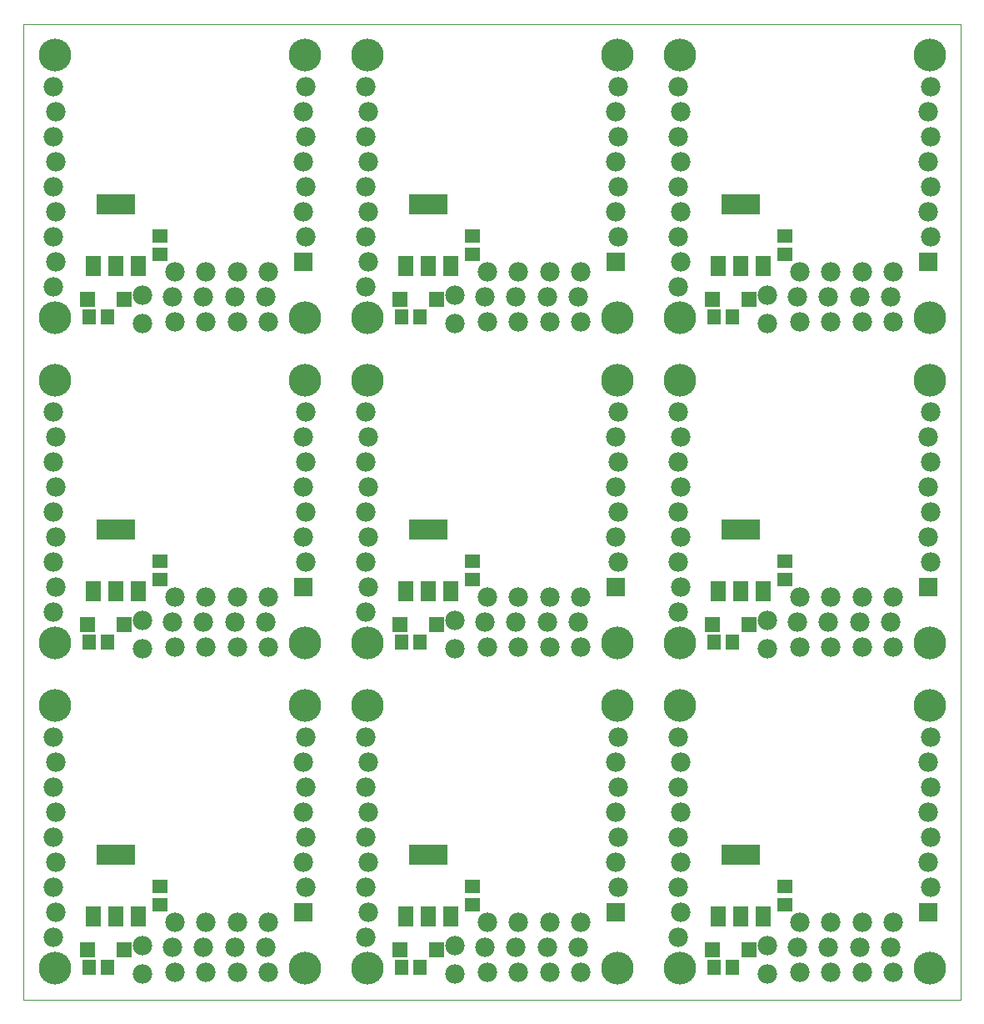
<source format=gbs>
G75*
%MOIN*%
%OFA0B0*%
%FSLAX25Y25*%
%IPPOS*%
%LPD*%
%AMOC8*
5,1,8,0,0,1.08239X$1,22.5*
%
%ADD10C,0.00000*%
%ADD11R,0.05518X0.06306*%
%ADD12R,0.06306X0.05518*%
%ADD13R,0.05912X0.05912*%
%ADD14R,0.07800X0.07800*%
%ADD15C,0.07800*%
%ADD16R,0.06306X0.08274*%
%ADD17R,0.15361X0.08274*%
%ADD18C,0.13061*%
D10*
X0001000Y0001287D02*
X0376000Y0001287D01*
X0376000Y0391287D01*
X0001000Y0391287D01*
X0001000Y0001287D01*
D11*
X0027260Y0014287D03*
X0034740Y0014287D03*
X0152260Y0014287D03*
X0159740Y0014287D03*
X0277260Y0014287D03*
X0284740Y0014287D03*
X0284740Y0144287D03*
X0277260Y0144287D03*
X0159740Y0144287D03*
X0152260Y0144287D03*
X0034740Y0144287D03*
X0027260Y0144287D03*
X0027260Y0274287D03*
X0034740Y0274287D03*
X0152260Y0274287D03*
X0159740Y0274287D03*
X0277260Y0274287D03*
X0284740Y0274287D03*
D12*
X0305500Y0299047D03*
X0305500Y0306528D03*
X0180500Y0306528D03*
X0180500Y0299047D03*
X0180500Y0176528D03*
X0180500Y0169047D03*
X0180500Y0046528D03*
X0180500Y0039047D03*
X0055500Y0039047D03*
X0055500Y0046528D03*
X0055500Y0169047D03*
X0055500Y0176528D03*
X0055500Y0299047D03*
X0055500Y0306528D03*
X0305500Y0176528D03*
X0305500Y0169047D03*
X0305500Y0046528D03*
X0305500Y0039047D03*
D13*
X0291283Y0021287D03*
X0276717Y0021287D03*
X0166283Y0021287D03*
X0151717Y0021287D03*
X0041283Y0021287D03*
X0026717Y0021287D03*
X0026717Y0151287D03*
X0041283Y0151287D03*
X0151717Y0151287D03*
X0166283Y0151287D03*
X0276717Y0151287D03*
X0291283Y0151287D03*
X0291283Y0281287D03*
X0276717Y0281287D03*
X0166283Y0281287D03*
X0151717Y0281287D03*
X0041283Y0281287D03*
X0026717Y0281287D03*
D14*
X0113000Y0296287D03*
X0113000Y0166287D03*
X0113000Y0036287D03*
X0238000Y0036287D03*
X0363000Y0036287D03*
X0363000Y0166287D03*
X0238000Y0166287D03*
X0238000Y0296287D03*
X0363000Y0296287D03*
D15*
X0364000Y0306287D03*
X0363000Y0316287D03*
X0364000Y0326287D03*
X0363000Y0336287D03*
X0364000Y0346287D03*
X0363000Y0356287D03*
X0364000Y0366287D03*
X0349000Y0292287D03*
X0348000Y0282287D03*
X0349000Y0272287D03*
X0336500Y0272287D03*
X0335500Y0282287D03*
X0336500Y0292287D03*
X0324000Y0292287D03*
X0323000Y0282287D03*
X0324000Y0272287D03*
X0311500Y0272287D03*
X0310500Y0282287D03*
X0311500Y0292287D03*
X0298500Y0282987D03*
X0298500Y0271587D03*
X0264000Y0296287D03*
X0263000Y0286287D03*
X0263000Y0306287D03*
X0264000Y0316287D03*
X0263000Y0326287D03*
X0264000Y0336287D03*
X0263000Y0346287D03*
X0264000Y0356287D03*
X0263000Y0366287D03*
X0239000Y0366287D03*
X0238000Y0356287D03*
X0239000Y0346287D03*
X0238000Y0336287D03*
X0239000Y0326287D03*
X0238000Y0316287D03*
X0239000Y0306287D03*
X0224000Y0292287D03*
X0223000Y0282287D03*
X0224000Y0272287D03*
X0211500Y0272287D03*
X0210500Y0282287D03*
X0211500Y0292287D03*
X0199000Y0292287D03*
X0198000Y0282287D03*
X0199000Y0272287D03*
X0186500Y0272287D03*
X0185500Y0282287D03*
X0186500Y0292287D03*
X0173500Y0282987D03*
X0173500Y0271587D03*
X0138000Y0286287D03*
X0139000Y0296287D03*
X0138000Y0306287D03*
X0139000Y0316287D03*
X0138000Y0326287D03*
X0139000Y0336287D03*
X0138000Y0346287D03*
X0139000Y0356287D03*
X0138000Y0366287D03*
X0114000Y0366287D03*
X0113000Y0356287D03*
X0114000Y0346287D03*
X0113000Y0336287D03*
X0114000Y0326287D03*
X0113000Y0316287D03*
X0114000Y0306287D03*
X0099000Y0292287D03*
X0098000Y0282287D03*
X0099000Y0272287D03*
X0086500Y0272287D03*
X0085500Y0282287D03*
X0086500Y0292287D03*
X0074000Y0292287D03*
X0073000Y0282287D03*
X0074000Y0272287D03*
X0061500Y0272287D03*
X0060500Y0282287D03*
X0061500Y0292287D03*
X0048500Y0282987D03*
X0048500Y0271587D03*
X0013000Y0286287D03*
X0014000Y0296287D03*
X0013000Y0306287D03*
X0014000Y0316287D03*
X0013000Y0326287D03*
X0014000Y0336287D03*
X0013000Y0346287D03*
X0014000Y0356287D03*
X0013000Y0366287D03*
X0013000Y0236287D03*
X0014000Y0226287D03*
X0013000Y0216287D03*
X0014000Y0206287D03*
X0013000Y0196287D03*
X0014000Y0186287D03*
X0013000Y0176287D03*
X0014000Y0166287D03*
X0013000Y0156287D03*
X0048500Y0152987D03*
X0048500Y0141587D03*
X0061500Y0142287D03*
X0060500Y0152287D03*
X0061500Y0162287D03*
X0074000Y0162287D03*
X0073000Y0152287D03*
X0074000Y0142287D03*
X0086500Y0142287D03*
X0085500Y0152287D03*
X0086500Y0162287D03*
X0098000Y0152287D03*
X0099000Y0142287D03*
X0099000Y0162287D03*
X0114000Y0176287D03*
X0113000Y0186287D03*
X0114000Y0196287D03*
X0113000Y0206287D03*
X0114000Y0216287D03*
X0113000Y0226287D03*
X0114000Y0236287D03*
X0138000Y0236287D03*
X0139000Y0226287D03*
X0138000Y0216287D03*
X0139000Y0206287D03*
X0138000Y0196287D03*
X0139000Y0186287D03*
X0138000Y0176287D03*
X0139000Y0166287D03*
X0138000Y0156287D03*
X0173500Y0152987D03*
X0173500Y0141587D03*
X0186500Y0142287D03*
X0185500Y0152287D03*
X0186500Y0162287D03*
X0199000Y0162287D03*
X0198000Y0152287D03*
X0199000Y0142287D03*
X0210500Y0152287D03*
X0211500Y0142287D03*
X0224000Y0142287D03*
X0223000Y0152287D03*
X0224000Y0162287D03*
X0211500Y0162287D03*
X0239000Y0176287D03*
X0238000Y0186287D03*
X0239000Y0196287D03*
X0238000Y0206287D03*
X0239000Y0216287D03*
X0238000Y0226287D03*
X0239000Y0236287D03*
X0263000Y0236287D03*
X0264000Y0226287D03*
X0263000Y0216287D03*
X0264000Y0206287D03*
X0263000Y0196287D03*
X0264000Y0186287D03*
X0263000Y0176287D03*
X0264000Y0166287D03*
X0263000Y0156287D03*
X0298500Y0152987D03*
X0298500Y0141587D03*
X0311500Y0142287D03*
X0310500Y0152287D03*
X0311500Y0162287D03*
X0324000Y0162287D03*
X0323000Y0152287D03*
X0324000Y0142287D03*
X0335500Y0152287D03*
X0336500Y0142287D03*
X0349000Y0142287D03*
X0348000Y0152287D03*
X0349000Y0162287D03*
X0336500Y0162287D03*
X0364000Y0176287D03*
X0363000Y0186287D03*
X0364000Y0196287D03*
X0363000Y0206287D03*
X0364000Y0216287D03*
X0363000Y0226287D03*
X0364000Y0236287D03*
X0364000Y0106287D03*
X0363000Y0096287D03*
X0364000Y0086287D03*
X0363000Y0076287D03*
X0364000Y0066287D03*
X0363000Y0056287D03*
X0364000Y0046287D03*
X0349000Y0032287D03*
X0348000Y0022287D03*
X0349000Y0012287D03*
X0336500Y0012287D03*
X0335500Y0022287D03*
X0336500Y0032287D03*
X0324000Y0032287D03*
X0323000Y0022287D03*
X0324000Y0012287D03*
X0311500Y0012287D03*
X0310500Y0022287D03*
X0311500Y0032287D03*
X0298500Y0022987D03*
X0298500Y0011587D03*
X0264000Y0036287D03*
X0263000Y0046287D03*
X0264000Y0056287D03*
X0263000Y0066287D03*
X0264000Y0076287D03*
X0263000Y0086287D03*
X0264000Y0096287D03*
X0263000Y0106287D03*
X0239000Y0106287D03*
X0238000Y0096287D03*
X0239000Y0086287D03*
X0238000Y0076287D03*
X0239000Y0066287D03*
X0238000Y0056287D03*
X0239000Y0046287D03*
X0224000Y0032287D03*
X0223000Y0022287D03*
X0224000Y0012287D03*
X0211500Y0012287D03*
X0210500Y0022287D03*
X0211500Y0032287D03*
X0199000Y0032287D03*
X0198000Y0022287D03*
X0199000Y0012287D03*
X0186500Y0012287D03*
X0185500Y0022287D03*
X0186500Y0032287D03*
X0173500Y0022987D03*
X0173500Y0011587D03*
X0138000Y0026287D03*
X0139000Y0036287D03*
X0138000Y0046287D03*
X0139000Y0056287D03*
X0138000Y0066287D03*
X0139000Y0076287D03*
X0138000Y0086287D03*
X0139000Y0096287D03*
X0138000Y0106287D03*
X0114000Y0106287D03*
X0113000Y0096287D03*
X0114000Y0086287D03*
X0113000Y0076287D03*
X0114000Y0066287D03*
X0113000Y0056287D03*
X0114000Y0046287D03*
X0099000Y0032287D03*
X0098000Y0022287D03*
X0099000Y0012287D03*
X0086500Y0012287D03*
X0085500Y0022287D03*
X0086500Y0032287D03*
X0074000Y0032287D03*
X0073000Y0022287D03*
X0074000Y0012287D03*
X0061500Y0012287D03*
X0060500Y0022287D03*
X0061500Y0032287D03*
X0048500Y0022987D03*
X0048500Y0011587D03*
X0013000Y0026287D03*
X0014000Y0036287D03*
X0013000Y0046287D03*
X0014000Y0056287D03*
X0013000Y0066287D03*
X0014000Y0076287D03*
X0013000Y0086287D03*
X0014000Y0096287D03*
X0013000Y0106287D03*
X0263000Y0026287D03*
D16*
X0278945Y0034386D03*
X0288000Y0034386D03*
X0297055Y0034386D03*
X0172055Y0034386D03*
X0163000Y0034386D03*
X0153945Y0034386D03*
X0047055Y0034386D03*
X0038000Y0034386D03*
X0028945Y0034386D03*
X0028945Y0164386D03*
X0038000Y0164386D03*
X0047055Y0164386D03*
X0153945Y0164386D03*
X0163000Y0164386D03*
X0172055Y0164386D03*
X0278945Y0164386D03*
X0288000Y0164386D03*
X0297055Y0164386D03*
X0297055Y0294386D03*
X0288000Y0294386D03*
X0278945Y0294386D03*
X0172055Y0294386D03*
X0163000Y0294386D03*
X0153945Y0294386D03*
X0047055Y0294386D03*
X0038000Y0294386D03*
X0028945Y0294386D03*
D17*
X0038000Y0319189D03*
X0163000Y0319189D03*
X0288000Y0319189D03*
X0288000Y0189189D03*
X0163000Y0189189D03*
X0038000Y0189189D03*
X0038000Y0059189D03*
X0163000Y0059189D03*
X0288000Y0059189D03*
D18*
X0263500Y0013787D03*
X0238500Y0013787D03*
X0138500Y0013787D03*
X0113500Y0013787D03*
X0013500Y0013787D03*
X0013500Y0118787D03*
X0013500Y0143787D03*
X0113500Y0143787D03*
X0113500Y0118787D03*
X0138500Y0118787D03*
X0138500Y0143787D03*
X0238500Y0143787D03*
X0238500Y0118787D03*
X0263500Y0118787D03*
X0263500Y0143787D03*
X0363500Y0143787D03*
X0363500Y0118787D03*
X0363500Y0013787D03*
X0363500Y0248787D03*
X0363500Y0273787D03*
X0263500Y0273787D03*
X0263500Y0248787D03*
X0238500Y0248787D03*
X0238500Y0273787D03*
X0138500Y0273787D03*
X0138500Y0248787D03*
X0113500Y0248787D03*
X0113500Y0273787D03*
X0013500Y0273787D03*
X0013500Y0248787D03*
X0013500Y0378787D03*
X0113500Y0378787D03*
X0138500Y0378787D03*
X0238500Y0378787D03*
X0263500Y0378787D03*
X0363500Y0378787D03*
M02*

</source>
